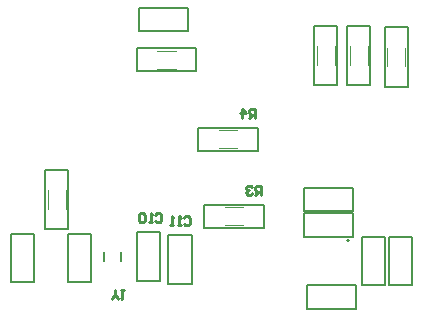
<source format=gbo>
G04*
G04 #@! TF.GenerationSoftware,Altium Limited,Altium Designer,22.6.1 (34)*
G04*
G04 Layer_Color=32896*
%FSLAX44Y44*%
%MOMM*%
G71*
G04*
G04 #@! TF.SameCoordinates,A72CB605-F9DB-4195-8002-294397CB98EC*
G04*
G04*
G04 #@! TF.FilePolarity,Positive*
G04*
G01*
G75*
%ADD12C,0.1270*%
%ADD13C,0.1016*%
%ADD16C,0.2540*%
%ADD55C,0.1400*%
D12*
X695706Y1001014D02*
Y1020826D01*
Y1001014D02*
X736854D01*
Y1020826D01*
X695706D02*
X736854D01*
X743966Y966978D02*
Y986536D01*
X693674D02*
X743966D01*
X693674Y966978D02*
Y986536D01*
Y966978D02*
X743966D01*
X750824Y854202D02*
X801116D01*
Y834644D02*
Y854202D01*
X750824Y834644D02*
X801116D01*
X750824D02*
Y854202D01*
X745744Y899668D02*
X796036D01*
X745744D02*
Y919226D01*
X796036D01*
Y899668D02*
Y919226D01*
X871728Y955294D02*
X871728Y1005586D01*
X891286D01*
X891286Y955294D01*
X871728D02*
X891286D01*
X843788Y955294D02*
Y1005586D01*
X863346D01*
Y955294D02*
Y1005586D01*
X843788Y955294D02*
X863346D01*
X903478Y1004316D02*
X903478Y954024D01*
X903478Y1004316D02*
X923036D01*
X923036Y954024D02*
X923036Y1004316D01*
X903478Y954024D02*
X923036D01*
X835406Y848614D02*
X876554D01*
X835406D02*
Y868426D01*
X876554D01*
Y848614D02*
Y868426D01*
X835406Y827024D02*
X876554D01*
X835406D02*
Y846836D01*
X876554D01*
Y827024D02*
Y846836D01*
X837946Y766064D02*
X879094D01*
X837946D02*
Y785876D01*
X879094D01*
Y766064D02*
Y785876D01*
X907034D02*
Y827024D01*
X926846D01*
Y785876D02*
Y827024D01*
X907034Y785876D02*
X926846D01*
X884174D02*
Y827024D01*
X903986D01*
Y785876D02*
Y827024D01*
X884174Y785876D02*
X903986D01*
X720344Y787146D02*
Y828294D01*
X740156D01*
Y787146D02*
Y828294D01*
X720344Y787146D02*
X740156D01*
X635254Y788416D02*
Y829564D01*
X655066D01*
Y788416D02*
Y829564D01*
X635254Y788416D02*
X655066D01*
X635762Y833374D02*
Y883666D01*
X616204Y833374D02*
X635762D01*
X616204D02*
Y883666D01*
X635762D01*
X586994Y788416D02*
Y829564D01*
X606806D01*
Y788416D02*
Y829564D01*
X586994Y788416D02*
X606806D01*
X680600Y806460D02*
Y814060D01*
X665600Y806460D02*
Y814060D01*
X693674Y789686D02*
Y830834D01*
X713486D01*
Y789686D02*
Y830834D01*
X693674Y789686D02*
X713486D01*
D13*
X710946Y969010D02*
X726694D01*
X710946Y984250D02*
X726694D01*
X768096Y836930D02*
X783844D01*
X768096Y852170D02*
X783844D01*
X763016Y916940D02*
X778764D01*
X763016Y901700D02*
X778764D01*
X889000Y972566D02*
Y988314D01*
X873760Y972566D02*
Y988314D01*
X861060Y972566D02*
Y988314D01*
X845820Y972566D02*
Y988314D01*
X920750Y971296D02*
Y987044D01*
X905510Y971296D02*
Y987044D01*
X618490Y850646D02*
Y866394D01*
X633730Y850646D02*
Y866394D01*
D16*
X672592Y774194D02*
Y775464D01*
X675131Y778003D01*
X677670Y775464D01*
Y774194D01*
X675131Y778003D02*
Y781812D01*
X680210D02*
X682749D01*
X681479D01*
Y774194D01*
X680210Y775464D01*
X794004Y927608D02*
Y935226D01*
X790195D01*
X788926Y933956D01*
Y931417D01*
X790195Y930147D01*
X794004D01*
X791465D02*
X788926Y927608D01*
X782578D02*
Y935226D01*
X786386Y931417D01*
X781308D01*
X799084Y862584D02*
Y870201D01*
X795275D01*
X794006Y868932D01*
Y866393D01*
X795275Y865123D01*
X799084D01*
X796545D02*
X794006Y862584D01*
X791467Y868932D02*
X790197Y870201D01*
X787658D01*
X786388Y868932D01*
Y867662D01*
X787658Y866393D01*
X788927D01*
X787658D01*
X786388Y865123D01*
Y863854D01*
X787658Y862584D01*
X790197D01*
X791467Y863854D01*
X733554Y843024D02*
X734823Y844294D01*
X737362D01*
X738632Y843024D01*
Y837946D01*
X737362Y836676D01*
X734823D01*
X733554Y837946D01*
X731014Y836676D02*
X728475D01*
X729745D01*
Y844294D01*
X731014Y843024D01*
X724667Y836676D02*
X722127D01*
X723397D01*
Y844294D01*
X724667Y843024D01*
X709424Y845564D02*
X710693Y846833D01*
X713232D01*
X714502Y845564D01*
Y840486D01*
X713232Y839216D01*
X710693D01*
X709424Y840486D01*
X706885Y839216D02*
X704345D01*
X705615D01*
Y846833D01*
X706885Y845564D01*
X700536D02*
X699267Y846833D01*
X696728D01*
X695458Y845564D01*
Y840486D01*
X696728Y839216D01*
X699267D01*
X700536Y840486D01*
Y845564D01*
D55*
X873220Y823720D02*
G03*
X873220Y823720I-700J0D01*
G01*
M02*

</source>
